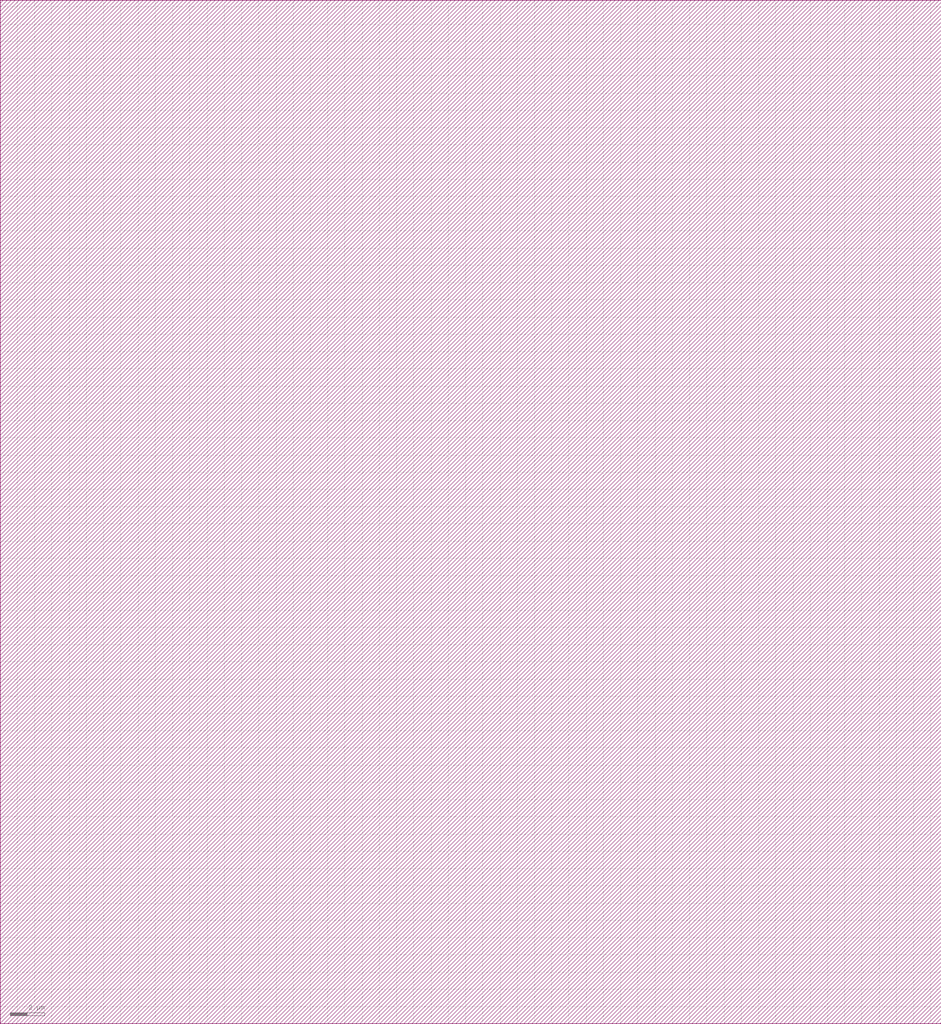
<source format=lef>
VERSION 5.6 ;

BUSBITCHARS "[]" ;

DIVIDERCHAR "/" ;

UNITS
    DATABASE MICRONS 1000 ;
END UNITS

MANUFACTURINGGRID 0.005000 ; 

CLEARANCEMEASURE EUCLIDEAN ; 

USEMINSPACING OBS ON ; 

SITE CoreSite
    CLASS CORE ;
    SIZE 0.600000 BY 0.300000 ;
END CoreSite

LAYER li
   TYPE ROUTING ;
   DIRECTION VERTICAL ;
   MINWIDTH 0.300000 ;
   AREA 0.056250 ;
   WIDTH 0.300000 ;
   SPACINGTABLE
      PARALLELRUNLENGTH 0.0
      WIDTH 0.0 0.225000 ;
   PITCH 0.600000 0.600000 ;
END li

LAYER mcon
    TYPE CUT ;
    SPACING 0.225000 ;
    WIDTH 0.300000 ;
    ENCLOSURE ABOVE 0.075000 0.075000 ;
    ENCLOSURE BELOW 0.000000 0.000000 ;
END mcon

LAYER met1
   TYPE ROUTING ;
   DIRECTION HORIZONTAL ;
   MINWIDTH 0.150000 ;
   AREA 0.084375 ;
   WIDTH 0.150000 ;
   SPACINGTABLE
      PARALLELRUNLENGTH 0.0
      WIDTH 0.0 0.150000 ;
   PITCH 0.300000 0.300000 ;
END met1

LAYER v1
    TYPE CUT ;
    SPACING 0.075000 ;
    WIDTH 0.300000 ;
    ENCLOSURE ABOVE 0.075000 0.075000 ;
    ENCLOSURE BELOW 0.075000 0.075000 ;
END v1

LAYER met2
   TYPE ROUTING ;
   DIRECTION VERTICAL ;
   MINWIDTH 0.150000 ;
   AREA 0.073125 ;
   WIDTH 0.150000 ;
   SPACINGTABLE
      PARALLELRUNLENGTH 0.0
      WIDTH 0.0 0.150000 ;
   PITCH 0.300000 0.300000 ;
END met2

LAYER v2
    TYPE CUT ;
    SPACING 0.150000 ;
    WIDTH 0.300000 ;
    ENCLOSURE ABOVE 0.075000 0.075000 ;
    ENCLOSURE BELOW 0.075000 0.000000 ;
END v2

LAYER met3
   TYPE ROUTING ;
   DIRECTION HORIZONTAL ;
   MINWIDTH 0.300000 ;
   AREA 0.241875 ;
   WIDTH 0.300000 ;
   SPACINGTABLE
      PARALLELRUNLENGTH 0.0
      WIDTH 0.0 0.300000 ;
   PITCH 0.600000 0.600000 ;
END met3

LAYER v3
    TYPE CUT ;
    SPACING 0.150000 ;
    WIDTH 0.450000 ;
    ENCLOSURE ABOVE 0.075000 0.075000 ;
    ENCLOSURE BELOW 0.075000 0.000000 ;
END v3

LAYER met4
   TYPE ROUTING ;
   DIRECTION VERTICAL ;
   MINWIDTH 0.300000 ;
   AREA 0.241875 ;
   WIDTH 0.300000 ;
   SPACINGTABLE
      PARALLELRUNLENGTH 0.0
      WIDTH 0.0 0.300000 ;
   PITCH 0.600000 0.600000 ;
END met4

LAYER v4
    TYPE CUT ;
    SPACING 0.450000 ;
    WIDTH 1.200000 ;
    ENCLOSURE ABOVE 0.150000 0.150000 ;
    ENCLOSURE BELOW 0.000000 0.000000 ;
END v4

LAYER met5
   TYPE ROUTING ;
   DIRECTION HORIZONTAL ;
   MINWIDTH 1.650000 ;
   AREA 4.005000 ;
   WIDTH 1.650000 ;
   SPACINGTABLE
      PARALLELRUNLENGTH 0.0
      WIDTH 0.0 1.650000 ;
   PITCH 3.300000 3.300000 ;
END met5

LAYER OVERLAP
   TYPE OVERLAP ;
END OVERLAP

VIA mcon_C DEFAULT
   LAYER li ;
     RECT -0.150000 -0.150000 0.150000 0.150000 ;
   LAYER mcon ;
     RECT -0.150000 -0.150000 0.150000 0.150000 ;
   LAYER met1 ;
     RECT -0.225000 -0.225000 0.225000 0.225000 ;
END mcon_C

VIA v1_C DEFAULT
   LAYER met1 ;
     RECT -0.225000 -0.225000 0.225000 0.225000 ;
   LAYER v1 ;
     RECT -0.150000 -0.150000 0.150000 0.150000 ;
   LAYER met2 ;
     RECT -0.225000 -0.225000 0.225000 0.225000 ;
END v1_C

VIA v2_C DEFAULT
   LAYER met2 ;
     RECT -0.150000 -0.225000 0.150000 0.225000 ;
   LAYER v2 ;
     RECT -0.150000 -0.150000 0.150000 0.150000 ;
   LAYER met3 ;
     RECT -0.225000 -0.225000 0.225000 0.225000 ;
END v2_C

VIA v2_Ch
   LAYER met2 ;
     RECT -0.225000 -0.150000 0.225000 0.150000 ;
   LAYER v2 ;
     RECT -0.150000 -0.150000 0.150000 0.150000 ;
   LAYER met3 ;
     RECT -0.225000 -0.225000 0.225000 0.225000 ;
END v2_Ch

VIA v2_Cv
   LAYER met2 ;
     RECT -0.150000 -0.225000 0.150000 0.225000 ;
   LAYER v2 ;
     RECT -0.150000 -0.150000 0.150000 0.150000 ;
   LAYER met3 ;
     RECT -0.225000 -0.225000 0.225000 0.225000 ;
END v2_Cv

VIA v3_C DEFAULT
   LAYER met3 ;
     RECT -0.300000 -0.225000 0.300000 0.225000 ;
   LAYER v3 ;
     RECT -0.225000 -0.225000 0.225000 0.225000 ;
   LAYER met4 ;
     RECT -0.300000 -0.300000 0.300000 0.300000 ;
END v3_C

VIA v3_Ch
   LAYER met3 ;
     RECT -0.300000 -0.225000 0.300000 0.225000 ;
   LAYER v3 ;
     RECT -0.225000 -0.225000 0.225000 0.225000 ;
   LAYER met4 ;
     RECT -0.300000 -0.300000 0.300000 0.300000 ;
END v3_Ch

VIA v3_Cv
   LAYER met3 ;
     RECT -0.300000 -0.225000 0.300000 0.225000 ;
   LAYER v3 ;
     RECT -0.225000 -0.225000 0.225000 0.225000 ;
   LAYER met4 ;
     RECT -0.300000 -0.300000 0.300000 0.300000 ;
END v3_Cv

VIA v4_C DEFAULT
   LAYER met4 ;
     RECT -0.600000 -0.600000 0.600000 0.600000 ;
   LAYER v4 ;
     RECT -0.600000 -0.600000 0.600000 0.600000 ;
   LAYER met5 ;
     RECT -0.750000 -0.750000 0.750000 0.750000 ;
END v4_C

MACRO _0_0std_0_0cells_0_0NOR2X1
    CLASS CORE ;
    FOREIGN _0_0std_0_0cells_0_0NOR2X1 0.000000 0.000000 ;
    ORIGIN 0.000000 0.000000 ;
    SIZE 3.600000 BY 3.900000 ;
    SYMMETRY X Y ;
    SITE CoreSite ;
    PIN A
        DIRECTION INPUT ;
        USE SIGNAL ;
        PORT
        LAYER li ;
        RECT 0.600000 3.525000 0.900000 3.600000 ;
        RECT 0.600000 3.375000 0.975000 3.525000 ;
        RECT 0.600000 3.300000 0.750000 3.375000 ;
        RECT 0.750000 3.150000 0.975000 3.375000 ;
        RECT 0.750000 3.075000 0.975000 3.150000 ;
        END
        ANTENNAGATEAREA 0.236250 ;
    END A
    PIN B
        DIRECTION INPUT ;
        USE SIGNAL ;
        PORT
        LAYER li ;
        RECT 2.400000 3.300000 2.925000 3.600000 ;
        RECT 2.400000 3.150000 2.550000 3.300000 ;
        RECT 2.550000 3.075000 2.775000 3.300000 ;
        RECT 2.550000 3.000000 2.775000 3.075000 ;
        RECT 2.775000 3.150000 2.925000 3.300000 ;
        END
        ANTENNAGATEAREA 0.236250 ;
    END B
    PIN Y
        DIRECTION OUTPUT ;
        USE SIGNAL ;
        PORT
        LAYER li ;
        RECT 0.450000 0.525000 0.675000 0.600000 ;
        RECT 0.450000 0.150000 0.900000 0.525000 ;
        RECT 0.675000 0.525000 0.900000 0.750000 ;
        RECT 0.675000 1.725000 0.900000 1.800000 ;
        RECT 0.675000 1.500000 0.900000 1.725000 ;
        RECT 0.675000 1.200000 0.900000 1.500000 ;
        RECT 0.675000 0.975000 1.950000 1.200000 ;
        RECT 0.675000 0.750000 0.900000 0.975000 ;
        RECT 1.725000 0.450000 1.950000 0.525000 ;
        RECT 1.725000 0.750000 1.950000 0.975000 ;
        RECT 1.725000 0.525000 1.950000 0.750000 ;
        END
        ANTENNADIFFAREA 0.759375 ;
    END Y
    PIN Vdd
        DIRECTION INPUT ;
        USE POWER ;
        PORT
        LAYER li ;
        RECT 1.725000 3.300000 1.950000 3.600000 ;
        RECT 1.725000 3.075000 1.950000 3.300000 ;
        RECT 1.725000 2.475000 1.950000 3.075000 ;
        RECT 1.725000 2.250000 1.950000 2.475000 ;
        RECT 1.725000 2.175000 1.950000 2.250000 ;
        LAYER mcon ;
        RECT 1.725000 3.075000 1.950000 3.300000 ;
        LAYER met1 ;
        RECT 1.650000 3.300000 2.025000 3.600000 ;
        RECT 1.650000 3.075000 1.725000 3.300000 ;
        RECT 1.650000 3.000000 2.025000 3.075000 ;
        RECT 1.725000 3.075000 1.950000 3.300000 ;
        RECT 1.950000 3.075000 2.025000 3.300000 ;
        END
        ANTENNADIFFAREA 0.421875 ;
    END Vdd
    PIN GND
        DIRECTION INPUT ;
        USE GROUND ;
        PORT
        LAYER li ;
        RECT 1.125000 0.525000 1.200000 0.750000 ;
        RECT 2.400000 0.375000 2.625000 0.600000 ;
        RECT 2.400000 0.300000 2.700000 0.375000 ;
        RECT 1.200000 0.525000 1.425000 0.750000 ;
        RECT 2.625000 0.375000 2.700000 0.600000 ;
        RECT 1.425000 0.525000 1.500000 0.750000 ;
        LAYER mcon ;
        RECT 1.200000 0.525000 1.425000 0.750000 ;
        RECT 2.400000 0.375000 2.625000 0.600000 ;
        LAYER met1 ;
        RECT 1.125000 0.750000 1.500000 0.825000 ;
        RECT 1.125000 0.525000 1.200000 0.750000 ;
        RECT 1.125000 0.450000 1.500000 0.525000 ;
        RECT 1.200000 0.525000 1.425000 0.750000 ;
        RECT 1.350000 1.050000 2.475000 1.275000 ;
        RECT 1.350000 0.825000 1.500000 1.050000 ;
        RECT 1.425000 0.525000 1.500000 0.750000 ;
        RECT 2.325000 0.675000 2.475000 1.050000 ;
        RECT 2.325000 0.600000 2.700000 0.675000 ;
        RECT 2.325000 0.375000 2.400000 0.600000 ;
        RECT 2.325000 0.300000 2.700000 0.375000 ;
        RECT 2.400000 0.375000 2.625000 0.600000 ;
        RECT 2.625000 0.375000 2.700000 0.600000 ;
        END
        ANTENNADIFFAREA 0.168750 ;
    END GND
END _0_0std_0_0cells_0_0NOR2X1

MACRO welltap_svt
    CLASS CORE WELLTAP ;
    FOREIGN welltap_svt 0.000000 0.000000 ;
    ORIGIN 0.000000 0.000000 ;
    SIZE 1.200000 BY 2.100000 ;
    SYMMETRY X Y ;
    SITE CoreSite ;
    PIN Vdd
        DIRECTION INPUT ;
        USE POWER ;
        PORT
        LAYER li ;
        RECT 0.600000 1.500000 0.900000 1.800000 ;
        END
    END Vdd
    PIN GND
        DIRECTION INPUT ;
        USE GROUND ;
        PORT
        LAYER li ;
        RECT 0.600000 0.300000 0.900000 0.600000 ;
        END
    END GND
END welltap_svt

MACRO circuitppnp
   CLASS CORE ;
   FOREIGN circuitppnp 0.000000 0.000000 ;
   ORIGIN 0.000000 0.000000 ; 
   SIZE 54.600000 BY 59.400000 ; 
   SYMMETRY X Y ;
   SITE CoreSite ;
END circuitppnp

MACRO circuitwell
   CLASS CORE ;
   FOREIGN circuitwell 0.000000 0.000000 ;
   ORIGIN 0.000000 0.000000 ; 
   SIZE 54.600000 BY 59.400000 ; 
   SYMMETRY X Y ;
   SITE CoreSite ;
END circuitwell


</source>
